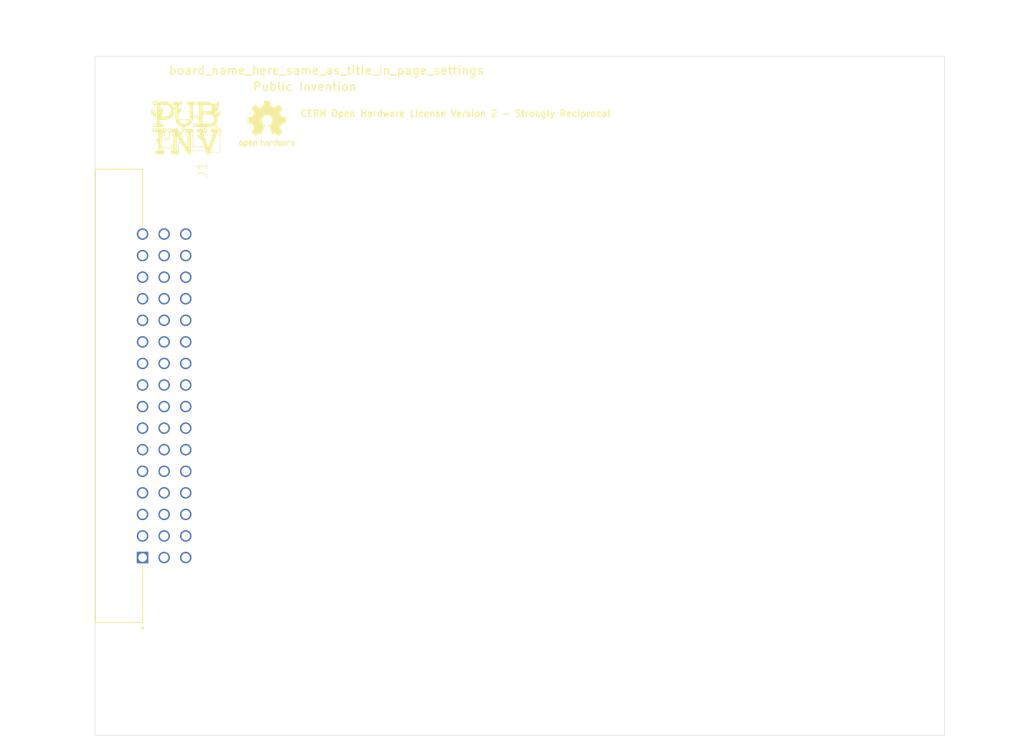
<source format=kicad_pcb>
(kicad_pcb (version 20211014) (generator pcbnew)
  (title_block (title "board_name_here_same_as_title_in_page_settings") (date "2022-10-27") (rev "0.0") (company "Public Invention") (comment 1 "GNU Affero General Public License v3.0") (comment 2 "DrawnBy: yournamehere"))
  (layers (0 "F.Cu" signal) (31 "B.Cu" signal) (34 "B.Paste" user) (35 "F.Paste" user) (36 "B.SilkS" user "B.Silkscreen") (37 "F.SilkS" user "F.Silkscreen") (38 "B.Mask" user) (39 "F.Mask" user) (44 "Edge.Cuts" user))
  (net 0 "")
  (net 1 "GND")
  (net 2 "24V/12V")
  (net 3 "3.3V")
  (net 4 "CS_1")
  (net 5 "CS_3")
  (net 6 "CS_5")
  (net 7 "CS_7")
  (net 8 "USB1_D+")
  (net 9 "CS_8")
  (net 10 "CS_10")
  (net 11 "CS_12")
  (net 12 "CS_14")
  (net 13 "USB2_D+")
  (net 14 "5V")
  (net 15 "SCK")
  (net 16 "SDA")
  (net 17 "SCL")
  (net 18 "USB3_D-")
  (net 19 "RESET")
  (net 20 "USB1_D-")
  (net 21 "CS_6")
  (net 22 "CS_4")
  (net 23 "CS_2")
  (net 24 "USB2_D-")
  (net 25 "CS_13")
  (net 26 "CS_11")
  (net 27 "CS_9")
  (net 28 "MISO")
  (net 29 "MOSI")
  (net 30 "CS_15")
  (net 31 "USB3_D+")
  (footprint "Symbol:OSHW-Logo2_7.3x6mm_SilkScreen" (layer "F.Cu") (at 118.745 73.025)
    (fp_text reference "Graphic1" hide)
    (fp_text value "OSHW-Logo2_7.3x6mm_SilkScreen" hide)
  )
  (footprint "" (layer "F.Cu") (at 101.3411 70.6436)
    (fp_text reference "@HOLE1" hide)
    (fp_text value "" (at 0 0) (layer "F.SilkS") (effects (font (size 1.27 1.27))))
    (pad "" np_thru_hole circle (at 0 0) (size 3.4 3.4) (drill 3.4) (layers *.Cu *.Mask))
  )
  (footprint "" (layer "F.Cu") (at 101.3411 139.3636)
    (fp_text reference "@HOLE0" hide)
    (fp_text value "" (at 0 0) (layer "F.SilkS") (effects (font (size 1.27 1.27))))
    (pad "" np_thru_hole circle (at 0 0) (size 3.4 3.4) (drill 3.4) (layers *.Cu *.Mask))
  )
  (footprint "PubInv_PCB:Logo_PI_BandW_70percent_10x10" (layer "F.Cu") (at 109.22 73.66)
    (fp_text reference "G***" hide)
    (fp_text value "LOGO" hide)
  )
  (footprint "" (layer "F.Cu") (at 195.6611 70.6436)
    (fp_text reference "@HOLE2" hide)
    (fp_text value "" (at 0 0) (layer "F.SilkS") (effects (font (size 1.27 1.27))))
    (pad "" np_thru_hole circle (at 0 0) (size 3.4 3.4) (drill 3.4) (layers *.Cu *.Mask))
  )
  (footprint "" (layer "F.Cu") (at 195.6611 139.3636)
    (fp_text reference "@HOLE3" hide)
    (fp_text value "" (at 0 0) (layer "F.SilkS") (effects (font (size 1.27 1.27))))
    (pad "" np_thru_hole circle (at 0 0) (size 3.4 3.4) (drill 3.4) (layers *.Cu *.Mask))
  )
  (footprint "HARTING_09231486921" (layer "F.Cu") (at 104.101113 124.0536 -90)
    (fp_text reference "J1" (at -46.73 -7.005 90) (layer "F.SilkS") (effects (font (size 1.176528 1.176528) (thickness 0.093472)) (justify right)))
    (fp_text value "09231486921")
    (pad "" np_thru_hole circle locked (at -43.18 2.54 270) (size 2.8 2.8) (drill 2.8) (layers *.Cu *.Mask))
    (pad "" np_thru_hole circle locked (at 5.08 2.54 270) (size 2.8 2.8) (drill 2.8) (layers *.Cu *.Mask))
    (pad "1" thru_hole rect locked (at 0 0 270) (size 1.35 1.35) (drill 1) (layers *.Cu *.Mask) (net 1 "GND"))
    (pad "2" thru_hole circle locked (at -2.54 0 270) (size 1.35 1.35) (drill 1) (layers *.Cu *.Mask) (net 1 "GND"))
    (pad "3" thru_hole circle locked (at -5.08 0 270) (size 1.35 1.35) (drill 1) (layers *.Cu *.Mask) (net 1 "GND"))
    (pad "4" thru_hole circle locked (at -7.62 0 270) (size 1.35 1.35) (drill 1) (layers *.Cu *.Mask) (net 1 "GND"))
    (pad "5" thru_hole circle locked (at -10.16 0 270) (size 1.35 1.35) (drill 1) (layers *.Cu *.Mask) (net 2 "24V/12V"))
    (pad "6" thru_hole circle locked (at -12.7 0 270) (size 1.35 1.35) (drill 1) (layers *.Cu *.Mask) (net 2 "24V/12V"))
    (pad "7" thru_hole circle locked (at -15.24 0 270) (size 1.35 1.35) (drill 1) (layers *.Cu *.Mask) (net 3 "3.3V"))
    (pad "8" thru_hole circle locked (at -17.78 0 270) (size 1.35 1.35) (drill 1) (layers *.Cu *.Mask) (net 4 "CS_1"))
    (pad "9" thru_hole circle locked (at -20.32 0 270) (size 1.35 1.35) (drill 1) (layers *.Cu *.Mask) (net 23 "CS_2"))
    (pad "10" thru_hole circle locked (at -22.86 0 270) (size 1.35 1.35) (drill 1) (layers *.Cu *.Mask) (net 5 "CS_3"))
    (pad "11" thru_hole circle locked (at -25.4 0 270) (size 1.35 1.35) (drill 1) (layers *.Cu *.Mask) (net 22 "CS_4"))
    (pad "12" thru_hole circle locked (at -27.94 0 270) (size 1.35 1.35) (drill 1) (layers *.Cu *.Mask) (net 6 "CS_5"))
    (pad "13" thru_hole circle locked (at -30.48 0 270) (size 1.35 1.35) (drill 1) (layers *.Cu *.Mask) (net 21 "CS_6"))
    (pad "14" thru_hole circle locked (at -33.02 0 270) (size 1.35 1.35) (drill 1) (layers *.Cu *.Mask) (net 7 "CS_7"))
    (pad "15" thru_hole circle locked (at -35.56 0 270) (size 1.35 1.35) (drill 1) (layers *.Cu *.Mask) (net 20 "USB1_D-"))
    (pad "16" thru_hole circle locked (at -38.1 0 270) (size 1.35 1.35) (drill 1) (layers *.Cu *.Mask) (net 8 "USB1_D+"))
    (pad "17" thru_hole circle locked (at 0 -2.54 270) (size 1.35 1.35) (drill 1) (layers *.Cu *.Mask) (net 1 "GND"))
    (pad "18" thru_hole circle locked (at -2.54 -2.54 270) (size 1.35 1.35) (drill 1) (layers *.Cu *.Mask) (net 1 "GND"))
    (pad "19" thru_hole circle locked (at -5.08 -2.54 270) (size 1.35 1.35) (drill 1) (layers *.Cu *.Mask) (net 1 "GND"))
    (pad "20" thru_hole circle locked (at -7.62 -2.54 270) (size 1.35 1.35) (drill 1) (layers *.Cu *.Mask) (net 2 "24V/12V"))
    (pad "21" thru_hole circle locked (at -10.16 -2.54 270) (size 1.35 1.35) (drill 1) (layers *.Cu *.Mask) (net 2 "24V/12V"))
    (pad "22" thru_hole circle locked (at -12.7 -2.54 270) (size 1.35 1.35) (drill 1) (layers *.Cu *.Mask) (net 2 "24V/12V"))
    (pad "23" thru_hole circle locked (at -15.24 -2.54 270) (size 1.35 1.35) (drill 1) (layers *.Cu *.Mask) (net 3 "3.3V"))
    (pad "24" thru_hole circle locked (at -17.78 -2.54 270) (size 1.35 1.35) (drill 1) (layers *.Cu *.Mask) (net 9 "CS_8"))
    (pad "25" thru_hole circle locked (at -20.32 -2.54 270) (size 1.35 1.35) (drill 1) (layers *.Cu *.Mask) (net 27 "CS_9"))
    (pad "26" thru_hole circle locked (at -22.86 -2.54 270) (size 1.35 1.35) (drill 1) (layers *.Cu *.Mask) (net 10 "CS_10"))
    (pad "27" thru_hole circle locked (at -25.4 -2.54 270) (size 1.35 1.35) (drill 1) (layers *.Cu *.Mask) (net 26 "CS_11"))
    (pad "28" thru_hole circle locked (at -27.94 -2.54 270) (size 1.35 1.35) (drill 1) (layers *.Cu *.Mask) (net 11 "CS_12"))
    (pad "29" thru_hole circle locked (at -30.48 -2.54 270) (size 1.35 1.35) (drill 1) (layers *.Cu *.Mask) (net 25 "CS_13"))
    (pad "30" thru_hole circle locked (at -33.02 -2.54 270) (size 1.35 1.35) (drill 1) (layers *.Cu *.Mask) (net 12 "CS_14"))
    (pad "31" thru_hole circle locked (at -35.56 -2.54 270) (size 1.35 1.35) (drill 1) (layers *.Cu *.Mask) (net 24 "USB2_D-"))
    (pad "32" thru_hole circle locked (at -38.1 -2.54 270) (size 1.35 1.35) (drill 1) (layers *.Cu *.Mask) (net 13 "USB2_D+"))
    (pad "33" thru_hole circle locked (at 0 -5.08 270) (size 1.35 1.35) (drill 1) (layers *.Cu *.Mask) (net 1 "GND"))
    (pad "34" thru_hole circle locked (at -2.54 -5.08 270) (size 1.35 1.35) (drill 1) (layers *.Cu *.Mask) (net 1 "GND"))
    (pad "35" thru_hole circle locked (at -5.08 -5.08 270) (size 1.35 1.35) (drill 1) (layers *.Cu *.Mask) (net 1 "GND"))
    (pad "36" thru_hole circle locked (at -7.62 -5.08 270) (size 1.35 1.35) (drill 1) (layers *.Cu *.Mask) (net 2 "24V/12V"))
    (pad "37" thru_hole circle locked (at -10.16 -5.08 270) (size 1.35 1.35) (drill 1) (layers *.Cu *.Mask) (net 2 "24V/12V"))
    (pad "38" thru_hole circle locked (at -12.7 -5.08 270) (size 1.35 1.35) (drill 1) (layers *.Cu *.Mask) (net 14 "5V"))
    (pad "39" thru_hole circle locked (at -15.24 -5.08 270) (size 1.35 1.35) (drill 1) (layers *.Cu *.Mask) (net 14 "5V"))
    (pad "40" thru_hole circle locked (at -17.78 -5.08 270) (size 1.35 1.35) (drill 1) (layers *.Cu *.Mask) (net 15 "SCK"))
    (pad "41" thru_hole circle locked (at -20.32 -5.08 270) (size 1.35 1.35) (drill 1) (layers *.Cu *.Mask) (net 28 "MISO"))
    (pad "42" thru_hole circle locked (at -22.86 -5.08 270) (size 1.35 1.35) (drill 1) (layers *.Cu *.Mask) (net 29 "MOSI"))
    (pad "43" thru_hole circle locked (at -25.4 -5.08 270) (size 1.35 1.35) (drill 1) (layers *.Cu *.Mask) (net 16 "SDA"))
    (pad "44" thru_hole circle locked (at -27.94 -5.08 270) (size 1.35 1.35) (drill 1) (layers *.Cu *.Mask) (net 17 "SCL"))
    (pad "45" thru_hole circle locked (at -30.48 -5.08 270) (size 1.35 1.35) (drill 1) (layers *.Cu *.Mask) (net 30 "CS_15"))
    (pad "46" thru_hole circle locked (at -33.02 -5.08 270) (size 1.35 1.35) (drill 1) (layers *.Cu *.Mask) (net 18 "USB3_D-"))
    (pad "47" thru_hole circle locked (at -35.56 -5.08 270) (size 1.35 1.35) (drill 1) (layers *.Cu *.Mask) (net 31 "USB3_D+"))
    (pad "48" thru_hole circle locked (at -38.1 -5.08 270) (size 1.35 1.35) (drill 1) (layers *.Cu *.Mask) (net 19 "RESET"))
  )
  (gr_line (start 198.5011 145.0036) (end 198.5011 65.0036) (layer "Edge.Cuts") (width 0.05))
  (gr_line (start 98.5011 65.0036) (end 98.5011 145.0036) (layer "Edge.Cuts") (width 0.05))
  (gr_line (start 98.5011 145.0036) (end 198.5011 145.0036) (layer "Edge.Cuts") (width 0.05))
  (gr_line (start 198.5011 65.0036) (end 98.5011 65.0036) (layer "Edge.Cuts") (width 0.05))
  (gr_text "board_name_here_same_as_title_in_page_settings" (at 125.73 66.675) (layer "F.SilkS") (effects (font (size 1 1))))
  (gr_text "Public Invention" (at 123.19 68.58) (layer "F.SilkS") (effects (font (size 1 1))))
  (gr_text "CERN Open Hardware License Version 2 - Strongly Reciprocal" (at 140.97 71.755) (layer "F.SilkS") (effects (font (size 0.762 0.762) (thickness 0.1524))))
)
</source>
